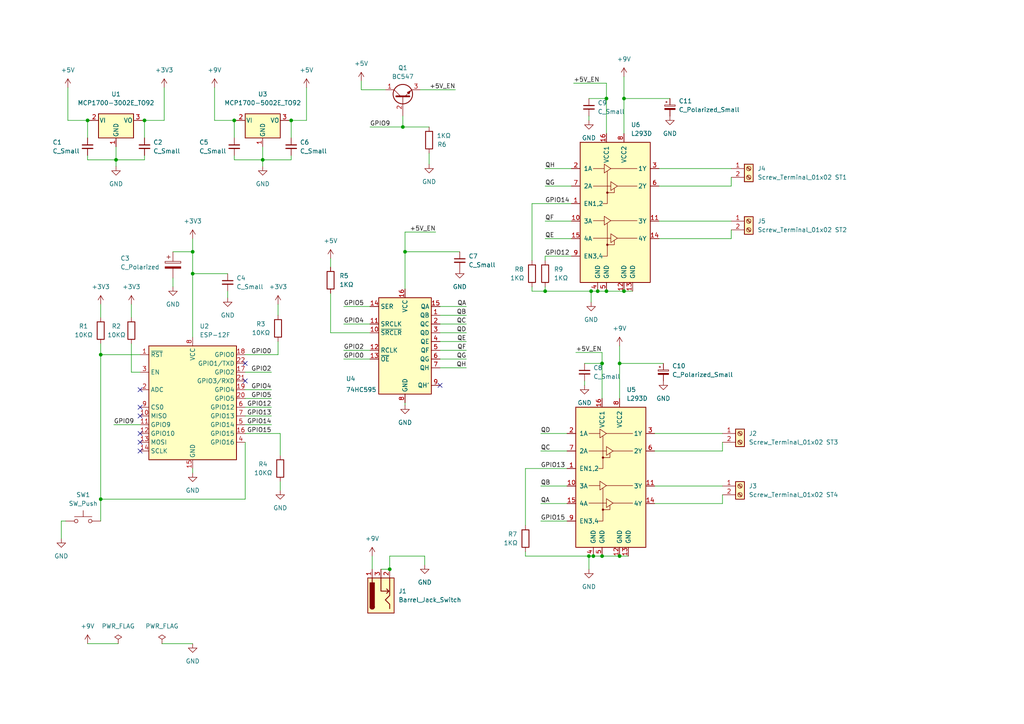
<source format=kicad_sch>
(kicad_sch (version 20211123) (generator eeschema)
  (paper "A4")
  (title_block (title "ESP8266 Sprinkler Controller") (rev "v2"))
  (lib_symbols
    (symbol "74xx:74HC595"
      (property "Reference" "U" (at -7.62 13.97 0))
      (property "Value" "74HC595" (at -7.62 -16.51 0))
      (symbol "74HC595_1_0"
        (pin tri_state line (at 10.16 7.62 180) (length 2.54) (name "QB") (number "1"))
        (pin input line (at -10.16 2.54 0) (length 2.54) (name "~{SRCLR}") (number "10"))
        (pin input line (at -10.16 5.08 0) (length 2.54) (name "SRCLK") (number "11"))
        (pin input line (at -10.16 -2.54 0) (length 2.54) (name "RCLK") (number "12"))
        (pin input line (at -10.16 -5.08 0) (length 2.54) (name "~{OE}") (number "13"))
        (pin input line (at -10.16 10.16 0) (length 2.54) (name "SER") (number "14"))
        (pin tri_state line (at 10.16 10.16 180) (length 2.54) (name "QA") (number "15"))
        (pin power_in line (at 0 15.24 270) (length 2.54) (name "VCC") (number "16"))
        (pin tri_state line (at 10.16 5.08 180) (length 2.54) (name "QC") (number "2"))
        (pin tri_state line (at 10.16 2.54 180) (length 2.54) (name "QD") (number "3"))
        (pin tri_state line (at 10.16 0 180) (length 2.54) (name "QE") (number "4"))
        (pin tri_state line (at 10.16 -2.54 180) (length 2.54) (name "QF") (number "5"))
        (pin tri_state line (at 10.16 -5.08 180) (length 2.54) (name "QG") (number "6"))
        (pin tri_state line (at 10.16 -7.62 180) (length 2.54) (name "QH") (number "7"))
        (pin power_in line (at 0 -17.78 90) (length 2.54) (name "GND") (number "8"))
        (pin output line (at 10.16 -12.7 180) (length 2.54) (name "QH'") (number "9"))
      )
      (symbol "74HC595_1_1"
        (rectangle (start -7.62 12.7) (end 7.62 -15.24) (stroke (width 0.254)) (fill (type background)))
      )
    )
    (symbol "Connector:Barrel_Jack_Switch" (pin_names hide)
      (property "Reference" "J" (at 0 5.334 0))
      (property "Value" "Barrel_Jack_Switch" (at 0 -5.08 0))
      (symbol "Barrel_Jack_Switch_0_1"
        (rectangle (start -5.08 3.81) (end 5.08 -3.81) (stroke (width 0.254)) (fill (type background)))
        (arc (start -3.302 3.175) (mid -3.937 2.54) (end -3.302 1.905) (stroke (width 0.254)))
        (arc (start -3.302 3.175) (mid -3.937 2.54) (end -3.302 1.905) (stroke (width 0.254)) (fill (type outline)))
        (polyline (pts (xy 1.27 -2.286) (xy 1.905 -1.651)) (stroke (width 0.254)))
        (polyline (pts (xy 5.08 2.54) (xy 3.81 2.54)) (stroke (width 0.254)))
        (polyline (pts (xy 5.08 0) (xy 1.27 0) (xy 1.27 -2.286) (xy 0.635 -1.651)) (stroke (width 0.254)))
        (polyline (pts (xy -3.81 -2.54) (xy -2.54 -2.54) (xy -1.27 -1.27) (xy 0 -2.54) (xy 2.54 -2.54) (xy 5.08 -2.54)) (stroke (width 0.254)))
        (rectangle (start 3.683 3.175) (end -3.302 1.905) (stroke (width 0.254)) (fill (type outline)))
      )
      (symbol "Barrel_Jack_Switch_1_1"
        (pin passive line (at 7.62 2.54 180) (length 2.54) (name "~") (number "1"))
        (pin passive line (at 7.62 -2.54 180) (length 2.54) (name "~") (number "2"))
        (pin passive line (at 7.62 0 180) (length 2.54) (name "~") (number "3"))
      )
    )
    (symbol "Connector:Screw_Terminal_01x02" (pin_names (offset 1.016) hide)
      (property "Reference" "J" (at 0 2.54 0))
      (property "Value" "Screw_Terminal_01x02" (at 0 -5.08 0))
      (symbol "Screw_Terminal_01x02_1_1"
        (rectangle (start -1.27 1.27) (end 1.27 -3.81) (stroke (width 0.254)) (fill (type background)))
        (circle (center 0 -2.54) (radius 0.635) (stroke (width 0.1524)))
        (polyline (pts (xy -0.5334 -2.2098) (xy 0.3302 -3.048)) (stroke (width 0.1524)))
        (polyline (pts (xy -0.5334 0.3302) (xy 0.3302 -0.508)) (stroke (width 0.1524)))
        (polyline (pts (xy -0.3556 -2.032) (xy 0.508 -2.8702)) (stroke (width 0.1524)))
        (polyline (pts (xy -0.3556 0.508) (xy 0.508 -0.3302)) (stroke (width 0.1524)))
        (circle (center 0 0) (radius 0.635) (stroke (width 0.1524)))
        (pin passive line (at -5.08 0 0) (length 3.81) (name "Pin_1") (number "1"))
        (pin passive line (at -5.08 -2.54 0) (length 3.81) (name "Pin_2") (number "2"))
      )
    )
    (symbol "Device:C_Polarized" (pin_numbers hide) (pin_names (offset 0.254))
      (property "Reference" "C" (at 0.635 2.54 0))
      (property "Value" "C_Polarized" (at 0.635 -2.54 0))
      (symbol "C_Polarized_0_1"
        (rectangle (start -2.286 0.508) (end 2.286 1.016))
        (polyline (pts (xy -1.778 2.286) (xy -0.762 2.286)))
        (polyline (pts (xy -1.27 2.794) (xy -1.27 1.778)))
        (rectangle (start 2.286 -0.508) (end -2.286 -1.016) (fill (type outline)))
      )
      (symbol "C_Polarized_1_1"
        (pin passive line (at 0 3.81 270) (length 2.794) (name "~") (number "1"))
        (pin passive line (at 0 -3.81 90) (length 2.794) (name "~") (number "2"))
      )
    )
    (symbol "Device:C_Polarized_Small" (pin_numbers hide) (pin_names (offset 0.254) hide)
      (property "Reference" "C" (at 0.254 1.778 0))
      (property "Value" "C_Polarized_Small" (at 0.254 -2.032 0))
      (symbol "C_Polarized_Small_0_1"
        (rectangle (start -1.524 -0.3048) (end 1.524 -0.6858) (fill (type outline)))
        (rectangle (start -1.524 0.6858) (end 1.524 0.3048))
        (polyline (pts (xy -1.27 1.524) (xy -0.762 1.524)))
        (polyline (pts (xy -1.016 1.27) (xy -1.016 1.778)))
      )
      (symbol "C_Polarized_Small_1_1"
        (pin passive line (at 0 2.54 270) (length 1.8542) (name "~") (number "1"))
        (pin passive line (at 0 -2.54 90) (length 1.8542) (name "~") (number "2"))
      )
    )
    (symbol "Device:C_Small" (pin_numbers hide) (pin_names (offset 0.254) hide)
      (property "Reference" "C" (at 0.254 1.778 0))
      (property "Value" "C_Small" (at 0.254 -2.032 0))
      (symbol "C_Small_0_1"
        (polyline (pts (xy -1.524 -0.508) (xy 1.524 -0.508)) (stroke (width 0.3302)))
        (polyline (pts (xy -1.524 0.508) (xy 1.524 0.508)) (stroke (width 0.3048)))
      )
      (symbol "C_Small_1_1"
        (pin passive line (at 0 2.54 270) (length 2.032) (name "~") (number "1"))
        (pin passive line (at 0 -2.54 90) (length 2.032) (name "~") (number "2"))
      )
    )
    (symbol "Device:R" (pin_numbers hide) (pin_names (offset 0))
      (property "Reference" "R" (at 2.032 0 90))
      (property "Value" "R" (at 0 0 90))
      (symbol "R_0_1"
        (rectangle (start -1.016 -2.54) (end 1.016 2.54) (stroke (width 0.254)))
      )
      (symbol "R_1_1"
        (pin passive line (at 0 3.81 270) (length 1.27) (name "~") (number "1"))
        (pin passive line (at 0 -3.81 90) (length 1.27) (name "~") (number "2"))
      )
    )
    (symbol "Driver_Motor:L293D" (pin_names (offset 1.016))
      (property "Reference" "U" (at -5.08 26.035 0))
      (property "Value" "L293D" (at -5.08 24.13 0))
      (symbol "L293D_0_1"
        (rectangle (start -10.16 22.86) (end 10.16 -17.78) (stroke (width 0.254)) (fill (type background)))
        (circle (center -2.286 -6.858) (radius 0.254) (fill (type outline)))
        (circle (center -2.286 8.255) (radius 0.254) (fill (type outline)))
        (polyline (pts (xy -6.35 -4.953) (xy -1.27 -4.953)))
        (polyline (pts (xy -6.35 0.127) (xy -3.175 0.127)))
        (polyline (pts (xy -6.35 10.16) (xy -1.27 10.16)))
        (polyline (pts (xy -6.35 15.24) (xy -3.175 15.24)))
        (polyline (pts (xy -1.27 0.127) (xy 6.35 0.127)))
        (polyline (pts (xy -1.27 15.24) (xy 6.35 15.24)))
        (polyline (pts (xy 0.635 -4.953) (xy 6.35 -4.953)))
        (polyline (pts (xy 0.635 10.16) (xy 6.35 10.16)))
        (polyline (pts (xy -2.286 -6.858) (xy -0.254 -6.858) (xy -0.254 -5.588)))
        (polyline (pts (xy -2.286 -0.635) (xy -2.286 -10.16) (xy -3.556 -10.16)))
        (polyline (pts (xy -2.286 8.255) (xy -0.254 8.255) (xy -0.254 9.525)))
        (polyline (pts (xy -2.286 14.478) (xy -2.286 5.08) (xy -3.556 5.08)))
        (polyline (pts (xy -3.175 1.397) (xy -3.175 -1.143) (xy -1.27 0.127) (xy -3.175 1.397)))
        (polyline (pts (xy -3.175 16.51) (xy -3.175 13.97) (xy -1.27 15.24) (xy -3.175 16.51)))
        (polyline (pts (xy -1.27 -3.683) (xy -1.27 -6.223) (xy 0.635 -4.953) (xy -1.27 -3.683)))
        (polyline (pts (xy -1.27 11.43) (xy -1.27 8.89) (xy 0.635 10.16) (xy -1.27 11.43)))
      )
      (symbol "L293D_1_1"
        (pin input line (at -12.7 5.08 0) (length 2.54) (name "EN1,2") (number "1"))
        (pin input line (at -12.7 0 0) (length 2.54) (name "3A") (number "10"))
        (pin output line (at 12.7 0 180) (length 2.54) (name "3Y") (number "11"))
        (pin power_in line (at 2.54 -20.32 90) (length 2.54) (name "GND") (number "12"))
        (pin power_in line (at 5.08 -20.32 90) (length 2.54) (name "GND") (number "13"))
        (pin output line (at 12.7 -5.08 180) (length 2.54) (name "4Y") (number "14"))
        (pin input line (at -12.7 -5.08 0) (length 2.54) (name "4A") (number "15"))
        (pin power_in line (at -2.54 25.4 270) (length 2.54) (name "VCC1") (number "16"))
        (pin input line (at -12.7 15.24 0) (length 2.54) (name "1A") (number "2"))
        (pin output line (at 12.7 15.24 180) (length 2.54) (name "1Y") (number "3"))
        (pin power_in line (at -5.08 -20.32 90) (length 2.54) (name "GND") (number "4"))
        (pin power_in line (at -2.54 -20.32 90) (length 2.54) (name "GND") (number "5"))
        (pin output line (at 12.7 10.16 180) (length 2.54) (name "2Y") (number "6"))
        (pin input line (at -12.7 10.16 0) (length 2.54) (name "2A") (number "7"))
        (pin power_in line (at 2.54 25.4 270) (length 2.54) (name "VCC2") (number "8"))
        (pin input line (at -12.7 -10.16 0) (length 2.54) (name "EN3,4") (number "9"))
      )
    )
    (symbol "RF_Module:ESP-12F"
      (property "Reference" "U" (at -12.7 19.05 0))
      (property "Value" "ESP-12F" (at 12.7 19.05 0))
      (symbol "ESP-12F_0_1"
        (rectangle (start -12.7 17.78) (end 12.7 -15.24) (stroke (width 0.254)) (fill (type background)))
      )
      (symbol "ESP-12F_1_1"
        (pin input line (at -15.24 15.24 0) (length 2.54) (name "~{RST}") (number "1"))
        (pin bidirectional line (at -15.24 -2.54 0) (length 2.54) (name "MISO") (number "10"))
        (pin bidirectional line (at -15.24 -5.08 0) (length 2.54) (name "GPIO9") (number "11"))
        (pin bidirectional line (at -15.24 -7.62 0) (length 2.54) (name "GPIO10") (number "12"))
        (pin bidirectional line (at -15.24 -10.16 0) (length 2.54) (name "MOSI") (number "13"))
        (pin bidirectional line (at -15.24 -12.7 0) (length 2.54) (name "SCLK") (number "14"))
        (pin power_in line (at 0 -17.78 90) (length 2.54) (name "GND") (number "15"))
        (pin bidirectional line (at 15.24 -7.62 180) (length 2.54) (name "GPIO15") (number "16"))
        (pin bidirectional line (at 15.24 10.16 180) (length 2.54) (name "GPIO2") (number "17"))
        (pin bidirectional line (at 15.24 15.24 180) (length 2.54) (name "GPIO0") (number "18"))
        (pin bidirectional line (at 15.24 5.08 180) (length 2.54) (name "GPIO4") (number "19"))
        (pin input line (at -15.24 5.08 0) (length 2.54) (name "ADC") (number "2"))
        (pin bidirectional line (at 15.24 2.54 180) (length 2.54) (name "GPIO5") (number "20"))
        (pin bidirectional line (at 15.24 7.62 180) (length 2.54) (name "GPIO3/RXD") (number "21"))
        (pin bidirectional line (at 15.24 12.7 180) (length 2.54) (name "GPIO1/TXD") (number "22"))
        (pin input line (at -15.24 10.16 0) (length 2.54) (name "EN") (number "3"))
        (pin bidirectional line (at 15.24 -10.16 180) (length 2.54) (name "GPIO16") (number "4"))
        (pin bidirectional line (at 15.24 -5.08 180) (length 2.54) (name "GPIO14") (number "5"))
        (pin bidirectional line (at 15.24 0 180) (length 2.54) (name "GPIO12") (number "6"))
        (pin bidirectional line (at 15.24 -2.54 180) (length 2.54) (name "GPIO13") (number "7"))
        (pin power_in line (at 0 20.32 270) (length 2.54) (name "VCC") (number "8"))
        (pin input line (at -15.24 0 0) (length 2.54) (name "CS0") (number "9"))
      )
    )
    (symbol "Regulator_Linear:MCP1700-3002E_TO92" (pin_names (offset 0.254))
      (property "Reference" "U" (at -3.81 -3.175 0))
      (property "Value" "MCP1700-3002E_TO92" (at 0 -3.175 0))
      (symbol "MCP1700-3002E_TO92_0_1"
        (rectangle (start -5.08 5.08) (end 5.08 -1.905) (stroke (width 0.254)) (fill (type background)))
      )
      (symbol "MCP1700-3002E_TO92_1_1"
        (pin power_in line (at 0 7.62 270) (length 2.54) (name "GND") (number "1"))
        (pin power_in line (at -7.62 0 0) (length 2.54) (name "VI") (number "2"))
        (pin power_out line (at 7.62 0 180) (length 2.54) (name "VO") (number "3"))
      )
    )
    (symbol "Regulator_Linear:MCP1700-5002E_TO92" (pin_names (offset 0.254))
      (property "Reference" "U" (at -3.81 -3.175 0))
      (property "Value" "MCP1700-5002E_TO92" (at 0 -3.175 0))
      (symbol "MCP1700-5002E_TO92_0_1"
        (rectangle (start -5.08 5.08) (end 5.08 -1.905) (stroke (width 0.254)) (fill (type background)))
      )
      (symbol "MCP1700-5002E_TO92_1_1"
        (pin power_in line (at 0 7.62 270) (length 2.54) (name "GND") (number "1"))
        (pin power_in line (at -7.62 0 0) (length 2.54) (name "VI") (number "2"))
        (pin power_out line (at 7.62 0 180) (length 2.54) (name "VO") (number "3"))
      )
    )
    (symbol "Switch:SW_Push" (pin_numbers hide) (pin_names (offset 1.016) hide)
      (property "Reference" "SW" (at 1.27 2.54 0))
      (property "Value" "SW_Push" (at 0 -1.524 0))
      (symbol "SW_Push_0_1"
        (circle (center -2.032 0) (radius 0.508))
        (polyline (pts (xy 0 1.27) (xy 0 3.048)))
        (polyline (pts (xy 2.54 1.27) (xy -2.54 1.27)))
        (circle (center 2.032 0) (radius 0.508))
        (pin passive line (at -5.08 0 0) (length 2.54) (name "1") (number "1"))
        (pin passive line (at 5.08 0 180) (length 2.54) (name "2") (number "2"))
      )
    )
    (symbol "Transistor_BJT:BC547" (pin_names (offset 0) hide)
      (property "Reference" "Q" (at 5.08 1.905 0))
      (property "Value" "BC547" (at 5.08 0 0))
      (symbol "BC547_0_1"
        (polyline (pts (xy 0 0) (xy 0.635 0)))
        (polyline (pts (xy 0.635 0.635) (xy 2.54 2.54)))
        (polyline (pts (xy 0.635 -0.635) (xy 2.54 -2.54) (xy 2.54 -2.54)))
        (polyline (pts (xy 0.635 1.905) (xy 0.635 -1.905) (xy 0.635 -1.905)) (stroke (width 0.508)))
        (polyline (pts (xy 1.27 -1.778) (xy 1.778 -1.27) (xy 2.286 -2.286) (xy 1.27 -1.778) (xy 1.27 -1.778)) (fill (type outline)))
        (circle (center 1.27 0) (radius 2.8194) (stroke (width 0.254)))
      )
      (symbol "BC547_1_1"
        (pin passive line (at 2.54 5.08 270) (length 2.54) (name "C") (number "1"))
        (pin input line (at -5.08 0 0) (length 5.08) (name "B") (number "2"))
        (pin passive line (at 2.54 -5.08 90) (length 2.54) (name "E") (number "3"))
      )
    )
    (symbol "power:+3V3" (power) (pin_names (offset 0))
      (property "Value" "+3V3" (at 0 3.556 0))
      (symbol "+3V3_0_1"
        (polyline (pts (xy -0.762 1.27) (xy 0 2.54)))
        (polyline (pts (xy 0 0) (xy 0 2.54)))
        (polyline (pts (xy 0 2.54) (xy 0.762 1.27)))
      )
      (symbol "+3V3_1_1"
        (pin power_in line (at 0 0 90) (length 0) hide (name "+3V3") (number "1"))
      )
    )
    (symbol "power:+5V" (power) (pin_names (offset 0))
      (property "Value" "+5V" (at 0 3.556 0))
      (symbol "+5V_0_1"
        (polyline (pts (xy -0.762 1.27) (xy 0 2.54)))
        (polyline (pts (xy 0 0) (xy 0 2.54)))
        (polyline (pts (xy 0 2.54) (xy 0.762 1.27)))
      )
      (symbol "+5V_1_1"
        (pin power_in line (at 0 0 90) (length 0) hide (name "+5V") (number "1"))
      )
    )
    (symbol "power:+9V" (power) (pin_names (offset 0))
      (property "Value" "+9V" (at 0 3.556 0))
      (symbol "+9V_0_1"
        (polyline (pts (xy -0.762 1.27) (xy 0 2.54)))
        (polyline (pts (xy 0 0) (xy 0 2.54)))
        (polyline (pts (xy 0 2.54) (xy 0.762 1.27)))
      )
      (symbol "+9V_1_1"
        (pin power_in line (at 0 0 90) (length 0) hide (name "+9V") (number "1"))
      )
    )
    (symbol "power:GND" (power) (pin_names (offset 0))
      (property "Value" "GND" (at 0 -3.81 0))
      (symbol "GND_0_1"
        (polyline (pts (xy 0 0) (xy 0 -1.27) (xy 1.27 -1.27) (xy 0 -2.54) (xy -1.27 -1.27) (xy 0 -1.27)))
      )
      (symbol "GND_1_1"
        (pin power_in line (at 0 0 270) (length 0) hide (name "GND") (number "1"))
      )
    )
    (symbol "power:PWR_FLAG" (power) (pin_numbers hide) (pin_names (offset 0) hide)
      (property "Value" "PWR_FLAG" (at 0 3.81 0))
      (symbol "PWR_FLAG_0_0"
        (pin power_out line (at 0 0 90) (length 0) (name "pwr") (number "1"))
      )
      (symbol "PWR_FLAG_0_1"
        (polyline (pts (xy 0 0) (xy 0 1.27) (xy -1.016 1.905) (xy 0 2.54) (xy 1.016 1.905) (xy 0 1.27)))
      )
    )
  )
  (junction (at 174.625 105.41))
  (junction (at 29.21 144.78))
  (junction (at 179.705 161.29))
  (junction (at 55.88 73.025))
  (junction (at 116.84 36.83))
  (junction (at 179.705 105.41))
  (junction (at 171.45 84.455))
  (junction (at 55.88 79.375))
  (junction (at 175.895 84.455))
  (junction (at 29.21 102.87))
  (junction (at 174.625 161.29))
  (junction (at 172.085 161.29))
  (junction (at 180.975 84.455))
  (junction (at 180.975 28.575))
  (junction (at 84.455 34.925))
  (junction (at 117.475 73.025))
  (junction (at 113.03 165.1))
  (junction (at 67.945 34.925))
  (junction (at 33.655 46.355))
  (junction (at 175.895 28.575))
  (junction (at 25.4 34.925))
  (junction (at 158.115 84.455))
  (junction (at 41.91 34.925))
  (junction (at 173.355 84.455))
  (junction (at 76.2 46.355))
  (junction (at 170.815 161.29))
  (no_connect (at 40.64 130.81))
  (no_connect (at 40.64 113.03))
  (no_connect (at 40.64 118.11))
  (no_connect (at 40.64 120.65))
  (no_connect (at 40.64 125.73))
  (no_connect (at 40.64 128.27))
  (no_connect (at 71.12 105.41))
  (no_connect (at 71.12 110.49))
  (no_connect (at 127.635 111.76))
  (wire (pts (xy 55.88 135.89) (xy 55.88 137.16)))
  (wire (pts (xy 156.845 140.97) (xy 164.465 140.97)))
  (wire (pts (xy 19.685 34.925) (xy 19.685 25.4)))
  (wire (pts (xy 33.655 46.355) (xy 33.655 48.26)))
  (wire (pts (xy 107.95 161.29) (xy 107.95 165.1)))
  (wire (pts (xy 156.845 130.81) (xy 164.465 130.81)))
  (wire (pts (xy 191.135 53.975) (xy 212.09 53.975)))
  (wire (pts (xy 71.12 118.11) (xy 78.74 118.11)))
  (wire (pts (xy 152.4 160.02) (xy 152.4 161.29)))
  (wire (pts (xy 67.945 45.085) (xy 67.945 46.355)))
  (wire (pts (xy 62.23 34.925) (xy 67.945 34.925)))
  (wire (pts (xy 156.845 146.05) (xy 164.465 146.05)))
  (wire (pts (xy 166.37 24.13) (xy 175.895 24.13)))
  (wire (pts (xy 55.88 73.025) (xy 55.88 79.375)))
  (wire (pts (xy 29.21 88.265) (xy 29.21 92.075)))
  (wire (pts (xy 179.705 105.41) (xy 179.705 115.57)))
  (wire (pts (xy 76.2 46.355) (xy 84.455 46.355)))
  (wire (pts (xy 67.945 34.925) (xy 68.58 34.925)))
  (wire (pts (xy 171.45 84.455) (xy 173.355 84.455)))
  (wire (pts (xy 158.115 48.895) (xy 165.735 48.895)))
  (wire (pts (xy 175.895 24.13) (xy 175.895 28.575)))
  (wire (pts (xy 67.945 46.355) (xy 76.2 46.355)))
  (wire (pts (xy 180.975 28.575) (xy 180.975 38.735)))
  (wire (pts (xy 80.645 99.06) (xy 80.645 102.87)))
  (wire (pts (xy 179.705 105.41) (xy 192.405 105.41)))
  (wire (pts (xy 99.695 104.14) (xy 107.315 104.14)))
  (wire (pts (xy 50.165 73.025) (xy 55.88 73.025)))
  (wire (pts (xy 81.28 125.73) (xy 81.28 132.08)))
  (wire (pts (xy 55.88 79.375) (xy 55.88 97.79)))
  (wire (pts (xy 99.695 88.9) (xy 107.315 88.9)))
  (wire (pts (xy 175.895 28.575) (xy 175.895 38.735)))
  (wire (pts (xy 170.815 161.29) (xy 172.085 161.29)))
  (wire (pts (xy 71.12 102.87) (xy 80.645 102.87)))
  (wire (pts (xy 25.4 45.085) (xy 25.4 46.355)))
  (wire (pts (xy 191.135 69.215) (xy 212.09 69.215)))
  (wire (pts (xy 124.46 44.45) (xy 124.46 47.625)))
  (wire (pts (xy 41.275 34.925) (xy 41.91 34.925)))
  (wire (pts (xy 152.4 135.89) (xy 164.465 135.89)))
  (wire (pts (xy 189.865 125.73) (xy 209.55 125.73)))
  (wire (pts (xy 29.21 151.13) (xy 29.21 144.78)))
  (wire (pts (xy 67.945 34.925) (xy 67.945 40.005)))
  (wire (pts (xy 158.115 74.295) (xy 165.735 74.295)))
  (wire (pts (xy 189.865 130.81) (xy 209.55 130.81)))
  (wire (pts (xy 123.19 161.29) (xy 123.19 163.83)))
  (wire (pts (xy 174.625 161.29) (xy 179.705 161.29)))
  (wire (pts (xy 167.005 102.235) (xy 174.625 102.235)))
  (wire (pts (xy 25.4 34.925) (xy 25.4 40.005)))
  (wire (pts (xy 116.84 36.83) (xy 116.84 33.655)))
  (wire (pts (xy 71.12 120.65) (xy 78.74 120.65)))
  (wire (pts (xy 174.625 102.235) (xy 174.625 105.41)))
  (wire (pts (xy 158.115 74.295) (xy 158.115 75.565)))
  (wire (pts (xy 99.695 101.6) (xy 107.315 101.6)))
  (wire (pts (xy 156.845 151.13) (xy 164.465 151.13)))
  (wire (pts (xy 80.645 88.265) (xy 80.645 91.44)))
  (wire (pts (xy 113.03 165.1) (xy 113.03 161.29)))
  (wire (pts (xy 158.115 84.455) (xy 158.115 83.185)))
  (wire (pts (xy 127.635 96.52) (xy 135.255 96.52)))
  (wire (pts (xy 84.455 34.925) (xy 88.9 34.925)))
  (wire (pts (xy 154.305 83.185) (xy 154.305 84.455)))
  (wire (pts (xy 99.695 93.98) (xy 107.315 93.98)))
  (wire (pts (xy 158.115 69.215) (xy 165.735 69.215)))
  (wire (pts (xy 84.455 45.085) (xy 84.455 46.355)))
  (wire (pts (xy 17.78 151.13) (xy 17.78 156.21)))
  (wire (pts (xy 38.1 99.695) (xy 38.1 107.95)))
  (wire (pts (xy 29.21 102.87) (xy 29.21 144.78)))
  (wire (pts (xy 152.4 161.29) (xy 170.815 161.29)))
  (wire (pts (xy 50.165 80.645) (xy 50.165 83.185)))
  (wire (pts (xy 170.815 161.29) (xy 170.815 165.1)))
  (wire (pts (xy 156.845 125.73) (xy 164.465 125.73)))
  (wire (pts (xy 29.21 102.87) (xy 40.64 102.87)))
  (wire (pts (xy 158.115 84.455) (xy 171.45 84.455)))
  (wire (pts (xy 154.305 84.455) (xy 158.115 84.455)))
  (wire (pts (xy 189.865 146.05) (xy 209.55 146.05)))
  (wire (pts (xy 171.45 87.63) (xy 171.45 84.455)))
  (wire (pts (xy 117.475 116.84) (xy 117.475 117.475)))
  (wire (pts (xy 95.885 85.09) (xy 95.885 96.52)))
  (wire (pts (xy 154.305 75.565) (xy 154.305 59.055)))
  (wire (pts (xy 71.12 123.19) (xy 78.74 123.19)))
  (wire (pts (xy 84.455 34.925) (xy 84.455 40.005)))
  (wire (pts (xy 71.12 144.78) (xy 29.21 144.78)))
  (wire (pts (xy 46.99 186.69) (xy 55.88 186.69)))
  (wire (pts (xy 173.355 84.455) (xy 175.895 84.455)))
  (wire (pts (xy 116.84 36.83) (xy 124.46 36.83)))
  (wire (pts (xy 81.28 139.7) (xy 81.28 142.24)))
  (wire (pts (xy 47.625 34.925) (xy 47.625 25.4)))
  (wire (pts (xy 152.4 152.4) (xy 152.4 135.89)))
  (wire (pts (xy 127.635 101.6) (xy 135.255 101.6)))
  (wire (pts (xy 117.475 73.025) (xy 133.35 73.025)))
  (wire (pts (xy 170.815 28.575) (xy 175.895 28.575)))
  (wire (pts (xy 33.02 123.19) (xy 40.64 123.19)))
  (wire (pts (xy 127.635 91.44) (xy 135.255 91.44)))
  (wire (pts (xy 158.115 64.135) (xy 165.735 64.135)))
  (wire (pts (xy 55.88 79.375) (xy 66.04 79.375)))
  (wire (pts (xy 95.885 74.93) (xy 95.885 77.47)))
  (wire (pts (xy 104.775 26.035) (xy 104.775 23.495)))
  (wire (pts (xy 29.21 99.695) (xy 29.21 102.87)))
  (wire (pts (xy 71.12 125.73) (xy 81.28 125.73)))
  (wire (pts (xy 212.09 69.215) (xy 212.09 66.675)))
  (wire (pts (xy 179.705 161.29) (xy 179.705 160.655)))
  (wire (pts (xy 83.82 34.925) (xy 84.455 34.925)))
  (wire (pts (xy 180.975 84.455) (xy 183.515 84.455)))
  (wire (pts (xy 38.1 88.265) (xy 38.1 92.075)))
  (wire (pts (xy 41.91 34.925) (xy 47.625 34.925)))
  (wire (pts (xy 110.49 165.1) (xy 113.03 165.1)))
  (wire (pts (xy 209.55 146.05) (xy 209.55 143.51)))
  (wire (pts (xy 180.975 28.575) (xy 194.31 28.575)))
  (wire (pts (xy 132.08 26.035) (xy 121.92 26.035)))
  (wire (pts (xy 169.545 110.49) (xy 169.545 111.76)))
  (wire (pts (xy 127.635 104.14) (xy 135.255 104.14)))
  (wire (pts (xy 170.815 33.655) (xy 170.815 34.925)))
  (wire (pts (xy 127.635 88.9) (xy 135.255 88.9)))
  (wire (pts (xy 107.315 36.83) (xy 116.84 36.83)))
  (wire (pts (xy 189.865 140.97) (xy 209.55 140.97)))
  (wire (pts (xy 88.9 25.4) (xy 88.9 34.925)))
  (wire (pts (xy 174.625 105.41) (xy 169.545 105.41)))
  (wire (pts (xy 76.2 46.355) (xy 76.2 48.26)))
  (wire (pts (xy 41.91 46.355) (xy 33.655 46.355)))
  (wire (pts (xy 26.035 34.925) (xy 25.4 34.925)))
  (wire (pts (xy 117.475 67.31) (xy 117.475 73.025)))
  (wire (pts (xy 191.135 64.135) (xy 212.09 64.135)))
  (wire (pts (xy 154.305 59.055) (xy 165.735 59.055)))
  (wire (pts (xy 113.03 161.29) (xy 123.19 161.29)))
  (wire (pts (xy 209.55 130.81) (xy 209.55 128.27)))
  (wire (pts (xy 174.625 105.41) (xy 174.625 115.57)))
  (wire (pts (xy 180.975 22.225) (xy 180.975 28.575)))
  (wire (pts (xy 55.88 69.215) (xy 55.88 73.025)))
  (wire (pts (xy 41.91 45.085) (xy 41.91 46.355)))
  (wire (pts (xy 179.705 100.33) (xy 179.705 105.41)))
  (wire (pts (xy 71.12 113.03) (xy 78.74 113.03)))
  (wire (pts (xy 191.135 48.895) (xy 212.09 48.895)))
  (wire (pts (xy 71.12 128.27) (xy 71.12 144.78)))
  (wire (pts (xy 19.685 34.925) (xy 25.4 34.925)))
  (wire (pts (xy 71.12 115.57) (xy 78.74 115.57)))
  (wire (pts (xy 41.91 34.925) (xy 41.91 40.005)))
  (wire (pts (xy 95.885 96.52) (xy 107.315 96.52)))
  (wire (pts (xy 212.09 53.975) (xy 212.09 51.435)))
  (wire (pts (xy 175.895 84.455) (xy 180.975 84.455)))
  (wire (pts (xy 25.4 46.355) (xy 33.655 46.355)))
  (wire (pts (xy 34.29 186.69) (xy 25.4 186.69)))
  (wire (pts (xy 127.635 99.06) (xy 135.255 99.06)))
  (wire (pts (xy 182.245 161.29) (xy 179.705 161.29)))
  (wire (pts (xy 66.04 84.455) (xy 66.04 86.36)))
  (wire (pts (xy 158.115 53.975) (xy 165.735 53.975)))
  (wire (pts (xy 172.085 161.29) (xy 174.625 161.29)))
  (wire (pts (xy 19.05 151.13) (xy 17.78 151.13)))
  (wire (pts (xy 117.475 73.025) (xy 117.475 83.82)))
  (wire (pts (xy 111.76 26.035) (xy 104.775 26.035)))
  (wire (pts (xy 33.655 42.545) (xy 33.655 46.355)))
  (wire (pts (xy 38.1 107.95) (xy 40.64 107.95)))
  (wire (pts (xy 117.475 67.31) (xy 126.365 67.31)))
  (wire (pts (xy 62.23 25.4) (xy 62.23 34.925)))
  (wire (pts (xy 127.635 93.98) (xy 135.255 93.98)))
  (wire (pts (xy 127.635 106.68) (xy 135.255 106.68)))
  (wire (pts (xy 76.2 42.545) (xy 76.2 46.355)))
  (wire (pts (xy 71.12 107.95) (xy 78.74 107.95)))
  (label "QB" (at 135.255 91.44 180))
  (label "QB" (at 156.845 140.97 0))
  (label "QA" (at 156.845 146.05 0))
  (label "QD" (at 156.845 125.73 0))
  (label "+5V_EN" (at 132.08 26.035 180))
  (label "QF" (at 135.255 101.6 180))
  (label "QA" (at 135.255 88.9 180))
  (label "QG" (at 158.115 53.975 0))
  (label "QF" (at 158.115 64.135 0))
  (label "+5V_EN" (at 126.365 67.31 180))
  (label "GPIO12" (at 78.74 118.11 180))
  (label "GPIO15" (at 78.74 125.73 180))
  (label "QC" (at 135.255 93.98 180))
  (label "GPIO13" (at 156.845 135.89 0))
  (label "GPIO5" (at 78.74 115.57 180))
  (label "GPIO4" (at 99.695 93.98 0))
  (label "GPIO0" (at 78.74 102.87 180))
  (label "GPIO13" (at 78.74 120.65 180))
  (label "GPIO2" (at 78.74 107.95 180))
  (label "GPIO14" (at 158.115 59.055 0))
  (label "GPIO2" (at 99.695 101.6 0))
  (label "GPIO9" (at 33.02 123.19 0))
  (label "QE" (at 158.115 69.215 0))
  (label "QD" (at 135.255 96.52 180))
  (label "+5V_EN" (at 167.005 102.235 0))
  (label "QH" (at 158.115 48.895 0))
  (label "QE" (at 135.255 99.06 180))
  (label "QC" (at 156.845 130.81 0))
  (label "GPIO5" (at 99.695 88.9 0))
  (label "GPIO12" (at 158.115 74.295 0))
  (label "+5V_EN" (at 166.37 24.13 0))
  (label "QG" (at 135.255 104.14 180))
  (label "GPIO14" (at 78.74 123.19 180))
  (label "QH" (at 135.255 106.68 180))
  (label "GPIO4" (at 78.74 113.03 180))
  (label "GPIO0" (at 99.695 104.14 0))
  (label "GPIO9" (at 107.315 36.83 0))
  (label "GPIO15" (at 156.845 151.13 0))
  (symbol (lib_id "Regulator_Linear:MCP1700-3002E_TO92") (at 33.655 34.925 0) (mirror x) (unit 1)
    (property "Reference" "U1" (at 33.655 27.305 0))
    (property "Value" "MCP1700-3002E_TO92" (at 33.655 29.845 0))
    (property "Footprint" "Package_TO_SOT_THT:TO-92_Inline" (effects hide))
    (property "Datasheet" "http://ww1.microchip.com/downloads/en/DeviceDoc/20001826D.pdf" (effects hide))
  )
  (symbol (lib_id "power:+5V") (at 104.775 23.495 0) (unit 1)
    (property "Reference" "#PWR019" (effects hide))
    (property "Value" "+5V" (at 104.775 18.415 0))
  )
  (symbol (lib_id "Device:R") (at 152.4 156.21 0) (unit 1)
    (property "Reference" "R7" (at 147.32 154.94 0) (effects (justify left)))
    (property "Value" "1KΩ" (at 146.05 157.48 0) (effects (justify left)))
    (property "Footprint" "Resistor_THT:R_Axial_DIN0207_L6.3mm_D2.5mm_P7.62mm_Horizontal" (effects hide))
  )
  (symbol (lib_id "power:+9V") (at 107.95 161.29 0) (unit 1)
    (property "Reference" "#PWR020" (effects hide))
    (property "Value" "+9V" (at 107.95 156.21 0))
  )
  (symbol (lib_id "Device:C_Small") (at 84.455 42.545 0) (unit 1)
    (property "Reference" "C6" (at 86.995 41.2812 0) (effects (justify left)))
    (property "Value" "C_Small" (at 86.995 43.8212 0) (effects (justify left)))
    (property "Footprint" "Capacitor_THT:C_Disc_D3.0mm_W1.6mm_P2.50mm" (effects hide))
  )
  (symbol (lib_id "power:+5V") (at 95.885 74.93 0) (unit 1)
    (property "Reference" "#PWR018" (effects hide))
    (property "Value" "+5V" (at 95.885 69.85 0))
  )
  (symbol (lib_id "power:+9V") (at 25.4 186.69 0) (unit 1)
    (property "Reference" "#PWR03" (effects hide))
    (property "Value" "+9V" (at 25.4 181.61 0))
  )
  (symbol (lib_id "Regulator_Linear:MCP1700-5002E_TO92") (at 76.2 34.925 0) (mirror x) (unit 1)
    (property "Reference" "U3" (at 76.2 27.305 0))
    (property "Value" "MCP1700-5002E_TO92" (at 76.2 29.845 0))
    (property "Footprint" "Package_TO_SOT_THT:TO-92" (effects hide))
    (property "Datasheet" "http://ww1.microchip.com/downloads/en/DeviceDoc/20001826D.pdf" (effects hide))
  )
  (symbol (lib_id "Device:R") (at 158.115 79.375 0) (unit 1)
    (property "Reference" "R9" (at 160.655 78.1049 0) (effects (justify left)))
    (property "Value" "1KΩ" (at 160.655 80.6449 0) (effects (justify left)))
    (property "Footprint" "Resistor_THT:R_Axial_DIN0207_L6.3mm_D2.5mm_P7.62mm_Horizontal" (effects hide))
  )
  (symbol (lib_id "power:GND") (at 171.45 87.63 0) (unit 1)
    (property "Reference" "#PWR028" (effects hide))
    (property "Value" "GND" (at 171.45 92.71 0))
  )
  (symbol (lib_id "power:GND") (at 117.475 117.475 0) (unit 1)
    (property "Reference" "#PWR021" (effects hide))
    (property "Value" "GND" (at 117.475 122.555 0))
  )
  (symbol (lib_id "power:+3V3") (at 55.88 69.215 0) (unit 1)
    (property "Reference" "#PWR09" (effects hide))
    (property "Value" "+3V3" (at 55.88 64.135 0))
  )
  (symbol (lib_id "Transistor_BJT:BC547") (at 116.84 28.575 90) (unit 1)
    (property "Reference" "Q1" (at 116.84 19.685 90))
    (property "Value" "BC547" (at 116.84 22.225 90))
    (property "Footprint" "Package_TO_SOT_THT:TO-92_Inline" (effects hide))
    (property "Datasheet" "https://www.onsemi.com/pub/Collateral/BC550-D.pdf" (effects hide))
  )
  (symbol (lib_id "Device:C_Small") (at 66.04 81.915 0) (unit 1)
    (property "Reference" "C4" (at 68.58 80.6512 0) (effects (justify left)))
    (property "Value" "C_Small" (at 68.58 83.1912 0) (effects (justify left)))
    (property "Footprint" "Capacitor_THT:C_Disc_D3.0mm_W1.6mm_P2.50mm" (effects hide))
  )
  (symbol (lib_id "Connector:Screw_Terminal_01x02") (at 214.63 125.73 0) (unit 1)
    (property "Reference" "J2" (at 217.17 125.7299 0) (effects (justify left)))
    (property "Value" "Screw_Terminal_01x02 ST3" (at 217.17 128.2699 0) (effects (justify left)))
    (property "Footprint" "TerminalBlock:TerminalBlock_bornier-2_P5.08mm" (effects hide))
  )
  (symbol (lib_id "Device:R") (at 124.46 40.64 180) (unit 1)
    (property "Reference" "R6" (at 129.54 41.91 0) (effects (justify left)))
    (property "Value" "1KΩ" (at 130.81 39.37 0) (effects (justify left)))
    (property "Footprint" "Resistor_THT:R_Axial_DIN0207_L6.3mm_D2.5mm_P7.62mm_Horizontal" (effects hide))
  )
  (symbol (lib_id "power:GND") (at 76.2 48.26 0) (unit 1)
    (property "Reference" "#PWR014" (effects hide))
    (property "Value" "GND" (at 76.2 53.34 0))
  )
  (symbol (lib_id "Device:R") (at 38.1 95.885 0) (unit 1)
    (property "Reference" "R2" (at 32.385 94.615 0) (effects (justify left)))
    (property "Value" "10KΩ" (at 31.115 97.155 0) (effects (justify left)))
    (property "Footprint" "Resistor_THT:R_Axial_DIN0207_L6.3mm_D2.5mm_P7.62mm_Horizontal" (effects hide))
  )
  (symbol (lib_id "power:GND") (at 81.28 142.24 0) (unit 1)
    (property "Reference" "#PWR016" (effects hide))
    (property "Value" "GND" (at 81.28 147.32 0))
  )
  (symbol (lib_id "Driver_Motor:L293D") (at 178.435 64.135 0) (unit 1)
    (property "Reference" "U6" (at 182.9944 36.195 0) (effects (justify left)))
    (property "Value" "L293D" (at 182.9944 38.735 0) (effects (justify left)))
    (property "Footprint" "Package_DIP:DIP-16_W7.62mm_Socket" (effects hide))
    (property "Datasheet" "http://www.ti.com/lit/ds/symlink/l293.pdf" (effects hide))
  )
  (symbol (lib_id "Switch:SW_Push") (at 24.13 151.13 0) (unit 1)
    (property "Reference" "SW1" (at 24.13 143.51 0))
    (property "Value" "SW_Push" (at 24.13 146.05 0))
    (property "Footprint" "Connector_PinSocket_2.54mm:PinSocket_1x02_P2.54mm_Vertical" (effects hide))
  )
  (symbol (lib_id "Device:C_Polarized_Small") (at 194.31 31.115 0) (unit 1)
    (property "Reference" "C11" (at 196.85 29.2988 0) (effects (justify left)))
    (property "Value" "C_Polarized_Small" (at 196.85 31.8388 0) (effects (justify left)))
    (property "Footprint" "Capacitor_THT:CP_Radial_D4.0mm_P2.00mm" (effects hide))
  )
  (symbol (lib_id "power:PWR_FLAG") (at 34.29 186.69 0) (unit 1)
    (property "Reference" "#FLG01" (effects hide))
    (property "Value" "PWR_FLAG" (at 34.29 181.61 0))
  )
  (symbol (lib_id "Device:R") (at 95.885 81.28 0) (unit 1)
    (property "Reference" "R5" (at 98.425 80.0099 0) (effects (justify left)))
    (property "Value" "1KΩ" (at 98.425 82.5499 0) (effects (justify left)))
    (property "Footprint" "Resistor_THT:R_Axial_DIN0207_L6.3mm_D2.5mm_P7.62mm_Horizontal" (effects hide))
  )
  (symbol (lib_id "power:GND") (at 66.04 86.36 0) (unit 1)
    (property "Reference" "#PWR013" (effects hide))
    (property "Value" "GND" (at 66.04 91.44 0))
  )
  (symbol (lib_id "power:+3V3") (at 80.645 88.265 0) (unit 1)
    (property "Reference" "#PWR015" (effects hide))
    (property "Value" "+3V3" (at 80.645 83.185 0))
  )
  (symbol (lib_id "Device:R") (at 29.21 95.885 0) (unit 1)
    (property "Reference" "R1" (at 22.86 94.615 0) (effects (justify left)))
    (property "Value" "10KΩ" (at 21.59 97.155 0) (effects (justify left)))
    (property "Footprint" "Resistor_THT:R_Axial_DIN0207_L6.3mm_D2.5mm_P7.62mm_Horizontal" (effects hide))
  )
  (symbol (lib_id "Device:C_Small") (at 170.815 31.115 0) (unit 1)
    (property "Reference" "C9" (at 173.355 29.8512 0) (effects (justify left)))
    (property "Value" "C_Small" (at 173.355 32.3912 0) (effects (justify left)))
    (property "Footprint" "Capacitor_THT:C_Disc_D3.0mm_W1.6mm_P2.50mm" (effects hide))
  )
  (symbol (lib_id "Connector:Screw_Terminal_01x02") (at 217.17 64.135 0) (unit 1)
    (property "Reference" "J5" (at 219.71 64.1349 0) (effects (justify left)))
    (property "Value" "Screw_Terminal_01x02 ST2" (at 219.71 66.6749 0) (effects (justify left)))
    (property "Footprint" "TerminalBlock:TerminalBlock_bornier-2_P5.08mm" (effects hide))
  )
  (symbol (lib_id "power:+9V") (at 180.975 22.225 0) (unit 1)
    (property "Reference" "#PWR030" (effects hide))
    (property "Value" "+9V" (at 180.975 17.145 0))
  )
  (symbol (lib_id "Device:C_Small") (at 67.945 42.545 0) (unit 1)
    (property "Reference" "C5" (at 57.785 41.275 0) (effects (justify left)))
    (property "Value" "C_Small" (at 57.785 43.815 0) (effects (justify left)))
    (property "Footprint" "Capacitor_THT:C_Disc_D3.0mm_W1.6mm_P2.50mm" (effects hide))
  )
  (symbol (lib_id "Device:C_Small") (at 133.35 75.565 0) (unit 1)
    (property "Reference" "C7" (at 135.89 74.3012 0) (effects (justify left)))
    (property "Value" "C_Small" (at 135.89 76.8412 0) (effects (justify left)))
    (property "Footprint" "Capacitor_THT:C_Disc_D3.0mm_W1.6mm_P2.50mm" (effects hide))
  )
  (symbol (lib_id "power:+3V3") (at 38.1 88.265 0) (unit 1)
    (property "Reference" "#PWR06" (effects hide))
    (property "Value" "+3V3" (at 38.1 83.185 0))
  )
  (symbol (lib_id "power:+9V") (at 62.23 25.4 0) (unit 1)
    (property "Reference" "#PWR012" (effects hide))
    (property "Value" "+9V" (at 62.23 20.32 0))
  )
  (symbol (lib_id "Connector:Screw_Terminal_01x02") (at 217.17 48.895 0) (unit 1)
    (property "Reference" "J4" (at 219.71 48.8949 0) (effects (justify left)))
    (property "Value" "Screw_Terminal_01x02 ST1" (at 219.71 51.4349 0) (effects (justify left)))
    (property "Footprint" "TerminalBlock:TerminalBlock_bornier-2_P5.08mm" (effects hide))
  )
  (symbol (lib_id "power:GND") (at 55.88 186.69 0) (unit 1)
    (property "Reference" "#PWR011" (effects hide))
    (property "Value" "GND" (at 55.88 191.77 0))
  )
  (symbol (lib_id "Device:R") (at 80.645 95.25 0) (unit 1)
    (property "Reference" "R3" (at 74.295 93.98 0) (effects (justify left)))
    (property "Value" "10KΩ" (at 73.025 96.52 0) (effects (justify left)))
    (property "Footprint" "Resistor_THT:R_Axial_DIN0207_L6.3mm_D2.5mm_P7.62mm_Horizontal" (effects hide))
  )
  (symbol (lib_id "power:GND") (at 50.165 83.185 0) (unit 1)
    (property "Reference" "#PWR08" (effects hide))
    (property "Value" "GND" (at 50.165 88.265 0))
  )
  (symbol (lib_id "power:GND") (at 133.35 78.105 0) (unit 1)
    (property "Reference" "#PWR024" (effects hide))
    (property "Value" "GND" (at 133.35 83.185 0))
  )
  (symbol (lib_id "74xx:74HC595") (at 117.475 99.06 0) (unit 1)
    (property "Reference" "U4" (at 100.33 109.855 0) (effects (justify left)))
    (property "Value" "74HC595" (at 100.33 113.03 0) (effects (justify left)))
    (property "Footprint" "Package_DIP:DIP-16_W7.62mm_Socket" (effects hide))
    (property "Datasheet" "http://www.ti.com/lit/ds/symlink/sn74hc595.pdf" (effects hide))
  )
  (symbol (lib_id "power:+9V") (at 179.705 100.33 0) (unit 1)
    (property "Reference" "#PWR029" (effects hide))
    (property "Value" "+9V" (at 179.705 95.25 0))
  )
  (symbol (lib_id "Device:C_Polarized") (at 50.165 76.835 0) (unit 1)
    (property "Reference" "C3" (at 34.925 74.93 0) (effects (justify left)))
    (property "Value" "C_Polarized" (at 34.925 77.47 0) (effects (justify left)))
    (property "Footprint" "Capacitor_THT:CP_Radial_D4.0mm_P2.00mm" (effects hide))
  )
  (symbol (lib_id "power:GND") (at 192.405 110.49 0) (unit 1)
    (property "Reference" "#PWR031" (effects hide))
    (property "Value" "GND" (at 192.405 115.57 0))
  )
  (symbol (lib_id "power:+5V") (at 19.685 25.4 0) (unit 1)
    (property "Reference" "#PWR02" (effects hide))
    (property "Value" "+5V" (at 19.685 20.32 0))
  )
  (symbol (lib_id "Device:R") (at 81.28 135.89 0) (unit 1)
    (property "Reference" "R4" (at 74.93 134.62 0) (effects (justify left)))
    (property "Value" "10KΩ" (at 73.66 137.16 0) (effects (justify left)))
    (property "Footprint" "Resistor_THT:R_Axial_DIN0207_L6.3mm_D2.5mm_P7.62mm_Horizontal" (effects hide))
  )
  (symbol (lib_id "Driver_Motor:L293D") (at 177.165 140.97 0) (unit 1)
    (property "Reference" "U5" (at 181.7244 113.03 0) (effects (justify left)))
    (property "Value" "L293D" (at 181.7244 115.57 0) (effects (justify left)))
    (property "Footprint" "Package_DIP:DIP-16_W7.62mm_Socket" (effects hide))
    (property "Datasheet" "http://www.ti.com/lit/ds/symlink/l293.pdf" (effects hide))
  )
  (symbol (lib_id "power:GND") (at 169.545 111.76 0) (unit 1)
    (property "Reference" "#PWR025" (effects hide))
    (property "Value" "GND" (at 169.545 116.84 0))
  )
  (symbol (lib_id "power:GND") (at 170.815 165.1 0) (unit 1)
    (property "Reference" "#PWR027" (effects hide))
    (property "Value" "GND" (at 170.815 170.18 0))
  )
  (symbol (lib_id "power:GND") (at 33.655 48.26 0) (unit 1)
    (property "Reference" "#PWR05" (effects hide))
    (property "Value" "GND" (at 33.655 53.34 0))
  )
  (symbol (lib_id "Device:R") (at 154.305 79.375 0) (unit 1)
    (property "Reference" "R8" (at 149.225 78.105 0) (effects (justify left)))
    (property "Value" "1KΩ" (at 147.955 80.645 0) (effects (justify left)))
    (property "Footprint" "Resistor_THT:R_Axial_DIN0207_L6.3mm_D2.5mm_P7.62mm_Horizontal" (effects hide))
  )
  (symbol (lib_id "Connector:Screw_Terminal_01x02") (at 214.63 140.97 0) (unit 1)
    (property "Reference" "J3" (at 217.17 140.9699 0) (effects (justify left)))
    (property "Value" "Screw_Terminal_01x02 ST4" (at 217.17 143.5099 0) (effects (justify left)))
    (property "Footprint" "TerminalBlock:TerminalBlock_bornier-2_P5.08mm" (effects hide))
  )
  (symbol (lib_id "Device:C_Small") (at 41.91 42.545 0) (unit 1)
    (property "Reference" "C2" (at 44.45 41.2812 0) (effects (justify left)))
    (property "Value" "C_Small" (at 44.45 43.8212 0) (effects (justify left)))
    (property "Footprint" "Capacitor_THT:C_Disc_D3.0mm_W1.6mm_P2.50mm" (effects hide))
  )
  (symbol (lib_id "power:GND") (at 194.31 33.655 0) (unit 1)
    (property "Reference" "#PWR032" (effects hide))
    (property "Value" "GND" (at 194.31 38.735 0))
  )
  (symbol (lib_id "Device:C_Small") (at 169.545 107.95 0) (unit 1)
    (property "Reference" "C8" (at 172.085 106.6862 0) (effects (justify left)))
    (property "Value" "C_Small" (at 172.085 109.2262 0) (effects (justify left)))
    (property "Footprint" "Capacitor_THT:C_Disc_D3.0mm_W1.6mm_P2.50mm" (effects hide))
  )
  (symbol (lib_id "Device:C_Polarized_Small") (at 192.405 107.95 0) (unit 1)
    (property "Reference" "C10" (at 194.945 106.1338 0) (effects (justify left)))
    (property "Value" "C_Polarized_Small" (at 194.945 108.6738 0) (effects (justify left)))
    (property "Footprint" "Capacitor_THT:CP_Radial_D4.0mm_P2.00mm" (effects hide))
  )
  (symbol (lib_id "power:GND") (at 17.78 156.21 0) (unit 1)
    (property "Reference" "#PWR01" (effects hide))
    (property "Value" "GND" (at 17.78 161.29 0))
  )
  (symbol (lib_id "power:GND") (at 124.46 47.625 0) (unit 1)
    (property "Reference" "#PWR023" (effects hide))
    (property "Value" "GND" (at 124.46 52.705 0))
  )
  (symbol (lib_id "power:GND") (at 55.88 137.16 0) (unit 1)
    (property "Reference" "#PWR010" (effects hide))
    (property "Value" "GND" (at 55.88 142.24 0))
  )
  (symbol (lib_id "power:GND") (at 123.19 163.83 0) (unit 1)
    (property "Reference" "#PWR022" (effects hide))
    (property "Value" "GND" (at 123.19 168.91 0))
  )
  (symbol (lib_id "power:GND") (at 170.815 34.925 0) (unit 1)
    (property "Reference" "#PWR026" (effects hide))
    (property "Value" "GND" (at 170.815 40.005 0))
  )
  (symbol (lib_id "Device:C_Small") (at 25.4 42.545 0) (unit 1)
    (property "Reference" "C1" (at 15.24 41.275 0) (effects (justify left)))
    (property "Value" "C_Small" (at 15.24 43.815 0) (effects (justify left)))
    (property "Footprint" "Capacitor_THT:C_Disc_D3.0mm_W1.6mm_P2.50mm" (effects hide))
  )
  (symbol (lib_id "power:+3V3") (at 29.21 88.265 0) (unit 1)
    (property "Reference" "#PWR04" (effects hide))
    (property "Value" "+3V3" (at 29.21 83.185 0))
  )
  (symbol (lib_id "power:+5V") (at 88.9 25.4 0) (unit 1)
    (property "Reference" "#PWR017" (effects hide))
    (property "Value" "+5V" (at 88.9 20.32 0))
  )
  (symbol (lib_id "RF_Module:ESP-12F") (at 55.88 118.11 0) (unit 1)
    (property "Reference" "U2" (at 57.8994 94.615 0) (effects (justify left)))
    (property "Value" "ESP-12F" (at 57.8994 97.155 0) (effects (justify left)))
    (property "Footprint" "RF_Module:ESP-12E" (effects hide))
    (property "Datasheet" "http://wiki.ai-thinker.com/_media/esp8266/esp8266_series_modules_user_manual_v1.1.pdf" (effects hide))
  )
  (symbol (lib_id "power:+3V3") (at 47.625 25.4 0) (unit 1)
    (property "Reference" "#PWR07" (effects hide))
    (property "Value" "+3V3" (at 47.625 20.32 0))
  )
  (symbol (lib_id "Connector:Barrel_Jack_Switch") (at 110.49 172.72 90) (unit 1)
    (property "Reference" "J1" (at 115.57 171.4499 90) (effects (justify right)))
    (property "Value" "Barrel_Jack_Switch" (at 115.57 173.9899 90) (effects (justify right)))
    (property "Footprint" "Connector_BarrelJack:BarrelJack_Horizontal" (effects hide))
  )
  (symbol (lib_id "power:PWR_FLAG") (at 46.99 186.69 0) (unit 1)
    (property "Reference" "#FLG02" (effects hide))
    (property "Value" "PWR_FLAG" (at 46.99 181.61 0))
  )
)
</source>
